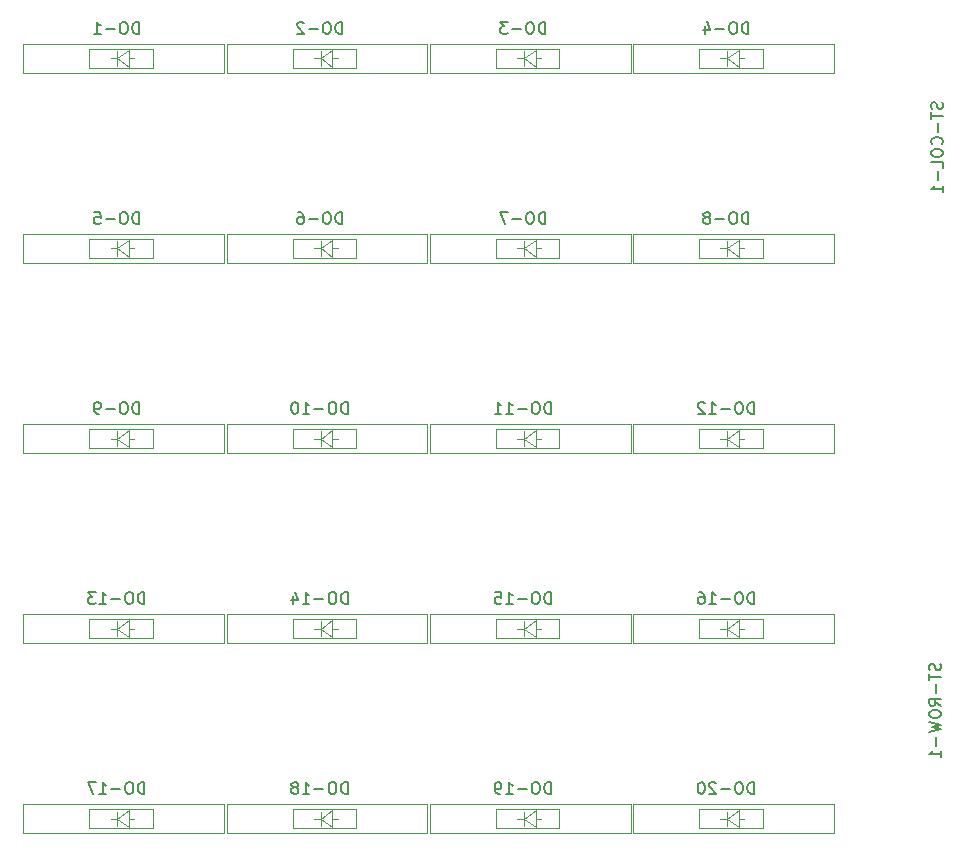
<source format=gbr>
%TF.GenerationSoftware,KiCad,Pcbnew,(5.1.10)-1*%
%TF.CreationDate,2021-10-20T08:10:08-05:00*%
%TF.ProjectId,Mk3,4d6b332e-6b69-4636-9164-5f7063625858,3*%
%TF.SameCoordinates,Original*%
%TF.FileFunction,Legend,Bot*%
%TF.FilePolarity,Positive*%
%FSLAX46Y46*%
G04 Gerber Fmt 4.6, Leading zero omitted, Abs format (unit mm)*
G04 Created by KiCad (PCBNEW (5.1.10)-1) date 2021-10-20 08:10:08*
%MOMM*%
%LPD*%
G01*
G04 APERTURE LIST*
%ADD10C,0.100000*%
%ADD11C,0.050000*%
%ADD12C,0.150000*%
G04 APERTURE END LIST*
D10*
%TO.C,DO-20*%
X164768600Y-136094780D02*
X164768600Y-136894780D01*
X159388600Y-136094780D02*
X164768600Y-136094780D01*
X159398600Y-136894780D02*
X159398600Y-136094780D01*
X164768600Y-137694780D02*
X164768600Y-136894780D01*
X159388600Y-137694780D02*
X164768600Y-137694780D01*
X159398600Y-136894780D02*
X159398600Y-137694780D01*
D11*
X153798600Y-135644780D02*
X153798600Y-138144780D01*
X170808600Y-135644780D02*
X153808600Y-135644780D01*
X170798600Y-135644780D02*
X170798600Y-138144780D01*
X170808600Y-138144780D02*
X153808600Y-138144780D01*
D10*
X161768600Y-136894780D02*
X162768600Y-136194780D01*
X162768600Y-137594780D02*
X161768600Y-136894780D01*
X162768600Y-136194780D02*
X162768600Y-137594780D01*
X163198600Y-136894780D02*
X162768600Y-136894780D01*
X161768600Y-136894780D02*
X161198600Y-136894780D01*
X161768600Y-136894780D02*
X161768600Y-136294780D01*
X161768600Y-136894780D02*
X161768600Y-137494780D01*
%TO.C,DO-19*%
X147563600Y-136094780D02*
X147563600Y-136894780D01*
X142183600Y-136094780D02*
X147563600Y-136094780D01*
X142193600Y-136894780D02*
X142193600Y-136094780D01*
X147563600Y-137694780D02*
X147563600Y-136894780D01*
X142183600Y-137694780D02*
X147563600Y-137694780D01*
X142193600Y-136894780D02*
X142193600Y-137694780D01*
D11*
X136593600Y-135644780D02*
X136593600Y-138144780D01*
X153603600Y-135644780D02*
X136603600Y-135644780D01*
X153593600Y-135644780D02*
X153593600Y-138144780D01*
X153603600Y-138144780D02*
X136603600Y-138144780D01*
D10*
X144563600Y-136894780D02*
X145563600Y-136194780D01*
X145563600Y-137594780D02*
X144563600Y-136894780D01*
X145563600Y-136194780D02*
X145563600Y-137594780D01*
X145993600Y-136894780D02*
X145563600Y-136894780D01*
X144563600Y-136894780D02*
X143993600Y-136894780D01*
X144563600Y-136894780D02*
X144563600Y-136294780D01*
X144563600Y-136894780D02*
X144563600Y-137494780D01*
%TO.C,DO-18*%
X130358600Y-136094780D02*
X130358600Y-136894780D01*
X124978600Y-136094780D02*
X130358600Y-136094780D01*
X124988600Y-136894780D02*
X124988600Y-136094780D01*
X130358600Y-137694780D02*
X130358600Y-136894780D01*
X124978600Y-137694780D02*
X130358600Y-137694780D01*
X124988600Y-136894780D02*
X124988600Y-137694780D01*
D11*
X119388600Y-135644780D02*
X119388600Y-138144780D01*
X136398600Y-135644780D02*
X119398600Y-135644780D01*
X136388600Y-135644780D02*
X136388600Y-138144780D01*
X136398600Y-138144780D02*
X119398600Y-138144780D01*
D10*
X127358600Y-136894780D02*
X128358600Y-136194780D01*
X128358600Y-137594780D02*
X127358600Y-136894780D01*
X128358600Y-136194780D02*
X128358600Y-137594780D01*
X128788600Y-136894780D02*
X128358600Y-136894780D01*
X127358600Y-136894780D02*
X126788600Y-136894780D01*
X127358600Y-136894780D02*
X127358600Y-136294780D01*
X127358600Y-136894780D02*
X127358600Y-137494780D01*
%TO.C,DO-17*%
X113153600Y-136094780D02*
X113153600Y-136894780D01*
X107773600Y-136094780D02*
X113153600Y-136094780D01*
X107783600Y-136894780D02*
X107783600Y-136094780D01*
X113153600Y-137694780D02*
X113153600Y-136894780D01*
X107773600Y-137694780D02*
X113153600Y-137694780D01*
X107783600Y-136894780D02*
X107783600Y-137694780D01*
D11*
X102183600Y-135644780D02*
X102183600Y-138144780D01*
X119193600Y-135644780D02*
X102193600Y-135644780D01*
X119183600Y-135644780D02*
X119183600Y-138144780D01*
X119193600Y-138144780D02*
X102193600Y-138144780D01*
D10*
X110153600Y-136894780D02*
X111153600Y-136194780D01*
X111153600Y-137594780D02*
X110153600Y-136894780D01*
X111153600Y-136194780D02*
X111153600Y-137594780D01*
X111583600Y-136894780D02*
X111153600Y-136894780D01*
X110153600Y-136894780D02*
X109583600Y-136894780D01*
X110153600Y-136894780D02*
X110153600Y-136294780D01*
X110153600Y-136894780D02*
X110153600Y-137494780D01*
%TO.C,DO-16*%
X164768600Y-120004780D02*
X164768600Y-120804780D01*
X159388600Y-120004780D02*
X164768600Y-120004780D01*
X159398600Y-120804780D02*
X159398600Y-120004780D01*
X164768600Y-121604780D02*
X164768600Y-120804780D01*
X159388600Y-121604780D02*
X164768600Y-121604780D01*
X159398600Y-120804780D02*
X159398600Y-121604780D01*
D11*
X153798600Y-119554780D02*
X153798600Y-122054780D01*
X170808600Y-119554780D02*
X153808600Y-119554780D01*
X170798600Y-119554780D02*
X170798600Y-122054780D01*
X170808600Y-122054780D02*
X153808600Y-122054780D01*
D10*
X161768600Y-120804780D02*
X162768600Y-120104780D01*
X162768600Y-121504780D02*
X161768600Y-120804780D01*
X162768600Y-120104780D02*
X162768600Y-121504780D01*
X163198600Y-120804780D02*
X162768600Y-120804780D01*
X161768600Y-120804780D02*
X161198600Y-120804780D01*
X161768600Y-120804780D02*
X161768600Y-120204780D01*
X161768600Y-120804780D02*
X161768600Y-121404780D01*
%TO.C,DO-15*%
X147563600Y-120004780D02*
X147563600Y-120804780D01*
X142183600Y-120004780D02*
X147563600Y-120004780D01*
X142193600Y-120804780D02*
X142193600Y-120004780D01*
X147563600Y-121604780D02*
X147563600Y-120804780D01*
X142183600Y-121604780D02*
X147563600Y-121604780D01*
X142193600Y-120804780D02*
X142193600Y-121604780D01*
D11*
X136593600Y-119554780D02*
X136593600Y-122054780D01*
X153603600Y-119554780D02*
X136603600Y-119554780D01*
X153593600Y-119554780D02*
X153593600Y-122054780D01*
X153603600Y-122054780D02*
X136603600Y-122054780D01*
D10*
X144563600Y-120804780D02*
X145563600Y-120104780D01*
X145563600Y-121504780D02*
X144563600Y-120804780D01*
X145563600Y-120104780D02*
X145563600Y-121504780D01*
X145993600Y-120804780D02*
X145563600Y-120804780D01*
X144563600Y-120804780D02*
X143993600Y-120804780D01*
X144563600Y-120804780D02*
X144563600Y-120204780D01*
X144563600Y-120804780D02*
X144563600Y-121404780D01*
%TO.C,DO-14*%
X130358600Y-120004780D02*
X130358600Y-120804780D01*
X124978600Y-120004780D02*
X130358600Y-120004780D01*
X124988600Y-120804780D02*
X124988600Y-120004780D01*
X130358600Y-121604780D02*
X130358600Y-120804780D01*
X124978600Y-121604780D02*
X130358600Y-121604780D01*
X124988600Y-120804780D02*
X124988600Y-121604780D01*
D11*
X119388600Y-119554780D02*
X119388600Y-122054780D01*
X136398600Y-119554780D02*
X119398600Y-119554780D01*
X136388600Y-119554780D02*
X136388600Y-122054780D01*
X136398600Y-122054780D02*
X119398600Y-122054780D01*
D10*
X127358600Y-120804780D02*
X128358600Y-120104780D01*
X128358600Y-121504780D02*
X127358600Y-120804780D01*
X128358600Y-120104780D02*
X128358600Y-121504780D01*
X128788600Y-120804780D02*
X128358600Y-120804780D01*
X127358600Y-120804780D02*
X126788600Y-120804780D01*
X127358600Y-120804780D02*
X127358600Y-120204780D01*
X127358600Y-120804780D02*
X127358600Y-121404780D01*
%TO.C,DO-13*%
X113153600Y-120004780D02*
X113153600Y-120804780D01*
X107773600Y-120004780D02*
X113153600Y-120004780D01*
X107783600Y-120804780D02*
X107783600Y-120004780D01*
X113153600Y-121604780D02*
X113153600Y-120804780D01*
X107773600Y-121604780D02*
X113153600Y-121604780D01*
X107783600Y-120804780D02*
X107783600Y-121604780D01*
D11*
X102183600Y-119554780D02*
X102183600Y-122054780D01*
X119193600Y-119554780D02*
X102193600Y-119554780D01*
X119183600Y-119554780D02*
X119183600Y-122054780D01*
X119193600Y-122054780D02*
X102193600Y-122054780D01*
D10*
X110153600Y-120804780D02*
X111153600Y-120104780D01*
X111153600Y-121504780D02*
X110153600Y-120804780D01*
X111153600Y-120104780D02*
X111153600Y-121504780D01*
X111583600Y-120804780D02*
X111153600Y-120804780D01*
X110153600Y-120804780D02*
X109583600Y-120804780D01*
X110153600Y-120804780D02*
X110153600Y-120204780D01*
X110153600Y-120804780D02*
X110153600Y-121404780D01*
%TO.C,DO-12*%
X164768600Y-103914780D02*
X164768600Y-104714780D01*
X159388600Y-103914780D02*
X164768600Y-103914780D01*
X159398600Y-104714780D02*
X159398600Y-103914780D01*
X164768600Y-105514780D02*
X164768600Y-104714780D01*
X159388600Y-105514780D02*
X164768600Y-105514780D01*
X159398600Y-104714780D02*
X159398600Y-105514780D01*
D11*
X153798600Y-103464780D02*
X153798600Y-105964780D01*
X170808600Y-103464780D02*
X153808600Y-103464780D01*
X170798600Y-103464780D02*
X170798600Y-105964780D01*
X170808600Y-105964780D02*
X153808600Y-105964780D01*
D10*
X161768600Y-104714780D02*
X162768600Y-104014780D01*
X162768600Y-105414780D02*
X161768600Y-104714780D01*
X162768600Y-104014780D02*
X162768600Y-105414780D01*
X163198600Y-104714780D02*
X162768600Y-104714780D01*
X161768600Y-104714780D02*
X161198600Y-104714780D01*
X161768600Y-104714780D02*
X161768600Y-104114780D01*
X161768600Y-104714780D02*
X161768600Y-105314780D01*
%TO.C,DO-11*%
X147563600Y-103914780D02*
X147563600Y-104714780D01*
X142183600Y-103914780D02*
X147563600Y-103914780D01*
X142193600Y-104714780D02*
X142193600Y-103914780D01*
X147563600Y-105514780D02*
X147563600Y-104714780D01*
X142183600Y-105514780D02*
X147563600Y-105514780D01*
X142193600Y-104714780D02*
X142193600Y-105514780D01*
D11*
X136593600Y-103464780D02*
X136593600Y-105964780D01*
X153603600Y-103464780D02*
X136603600Y-103464780D01*
X153593600Y-103464780D02*
X153593600Y-105964780D01*
X153603600Y-105964780D02*
X136603600Y-105964780D01*
D10*
X144563600Y-104714780D02*
X145563600Y-104014780D01*
X145563600Y-105414780D02*
X144563600Y-104714780D01*
X145563600Y-104014780D02*
X145563600Y-105414780D01*
X145993600Y-104714780D02*
X145563600Y-104714780D01*
X144563600Y-104714780D02*
X143993600Y-104714780D01*
X144563600Y-104714780D02*
X144563600Y-104114780D01*
X144563600Y-104714780D02*
X144563600Y-105314780D01*
%TO.C,DO-10*%
X130358600Y-103914780D02*
X130358600Y-104714780D01*
X124978600Y-103914780D02*
X130358600Y-103914780D01*
X124988600Y-104714780D02*
X124988600Y-103914780D01*
X130358600Y-105514780D02*
X130358600Y-104714780D01*
X124978600Y-105514780D02*
X130358600Y-105514780D01*
X124988600Y-104714780D02*
X124988600Y-105514780D01*
D11*
X119388600Y-103464780D02*
X119388600Y-105964780D01*
X136398600Y-103464780D02*
X119398600Y-103464780D01*
X136388600Y-103464780D02*
X136388600Y-105964780D01*
X136398600Y-105964780D02*
X119398600Y-105964780D01*
D10*
X127358600Y-104714780D02*
X128358600Y-104014780D01*
X128358600Y-105414780D02*
X127358600Y-104714780D01*
X128358600Y-104014780D02*
X128358600Y-105414780D01*
X128788600Y-104714780D02*
X128358600Y-104714780D01*
X127358600Y-104714780D02*
X126788600Y-104714780D01*
X127358600Y-104714780D02*
X127358600Y-104114780D01*
X127358600Y-104714780D02*
X127358600Y-105314780D01*
%TO.C,DO-9*%
X113153600Y-103914780D02*
X113153600Y-104714780D01*
X107773600Y-103914780D02*
X113153600Y-103914780D01*
X107783600Y-104714780D02*
X107783600Y-103914780D01*
X113153600Y-105514780D02*
X113153600Y-104714780D01*
X107773600Y-105514780D02*
X113153600Y-105514780D01*
X107783600Y-104714780D02*
X107783600Y-105514780D01*
D11*
X102183600Y-103464780D02*
X102183600Y-105964780D01*
X119193600Y-103464780D02*
X102193600Y-103464780D01*
X119183600Y-103464780D02*
X119183600Y-105964780D01*
X119193600Y-105964780D02*
X102193600Y-105964780D01*
D10*
X110153600Y-104714780D02*
X111153600Y-104014780D01*
X111153600Y-105414780D02*
X110153600Y-104714780D01*
X111153600Y-104014780D02*
X111153600Y-105414780D01*
X111583600Y-104714780D02*
X111153600Y-104714780D01*
X110153600Y-104714780D02*
X109583600Y-104714780D01*
X110153600Y-104714780D02*
X110153600Y-104114780D01*
X110153600Y-104714780D02*
X110153600Y-105314780D01*
%TO.C,DO-8*%
X164768600Y-87824780D02*
X164768600Y-88624780D01*
X159388600Y-87824780D02*
X164768600Y-87824780D01*
X159398600Y-88624780D02*
X159398600Y-87824780D01*
X164768600Y-89424780D02*
X164768600Y-88624780D01*
X159388600Y-89424780D02*
X164768600Y-89424780D01*
X159398600Y-88624780D02*
X159398600Y-89424780D01*
D11*
X153798600Y-87374780D02*
X153798600Y-89874780D01*
X170808600Y-87374780D02*
X153808600Y-87374780D01*
X170798600Y-87374780D02*
X170798600Y-89874780D01*
X170808600Y-89874780D02*
X153808600Y-89874780D01*
D10*
X161768600Y-88624780D02*
X162768600Y-87924780D01*
X162768600Y-89324780D02*
X161768600Y-88624780D01*
X162768600Y-87924780D02*
X162768600Y-89324780D01*
X163198600Y-88624780D02*
X162768600Y-88624780D01*
X161768600Y-88624780D02*
X161198600Y-88624780D01*
X161768600Y-88624780D02*
X161768600Y-88024780D01*
X161768600Y-88624780D02*
X161768600Y-89224780D01*
%TO.C,DO-7*%
X147563600Y-87824780D02*
X147563600Y-88624780D01*
X142183600Y-87824780D02*
X147563600Y-87824780D01*
X142193600Y-88624780D02*
X142193600Y-87824780D01*
X147563600Y-89424780D02*
X147563600Y-88624780D01*
X142183600Y-89424780D02*
X147563600Y-89424780D01*
X142193600Y-88624780D02*
X142193600Y-89424780D01*
D11*
X136593600Y-87374780D02*
X136593600Y-89874780D01*
X153603600Y-87374780D02*
X136603600Y-87374780D01*
X153593600Y-87374780D02*
X153593600Y-89874780D01*
X153603600Y-89874780D02*
X136603600Y-89874780D01*
D10*
X144563600Y-88624780D02*
X145563600Y-87924780D01*
X145563600Y-89324780D02*
X144563600Y-88624780D01*
X145563600Y-87924780D02*
X145563600Y-89324780D01*
X145993600Y-88624780D02*
X145563600Y-88624780D01*
X144563600Y-88624780D02*
X143993600Y-88624780D01*
X144563600Y-88624780D02*
X144563600Y-88024780D01*
X144563600Y-88624780D02*
X144563600Y-89224780D01*
%TO.C,DO-6*%
X130358600Y-87824780D02*
X130358600Y-88624780D01*
X124978600Y-87824780D02*
X130358600Y-87824780D01*
X124988600Y-88624780D02*
X124988600Y-87824780D01*
X130358600Y-89424780D02*
X130358600Y-88624780D01*
X124978600Y-89424780D02*
X130358600Y-89424780D01*
X124988600Y-88624780D02*
X124988600Y-89424780D01*
D11*
X119388600Y-87374780D02*
X119388600Y-89874780D01*
X136398600Y-87374780D02*
X119398600Y-87374780D01*
X136388600Y-87374780D02*
X136388600Y-89874780D01*
X136398600Y-89874780D02*
X119398600Y-89874780D01*
D10*
X127358600Y-88624780D02*
X128358600Y-87924780D01*
X128358600Y-89324780D02*
X127358600Y-88624780D01*
X128358600Y-87924780D02*
X128358600Y-89324780D01*
X128788600Y-88624780D02*
X128358600Y-88624780D01*
X127358600Y-88624780D02*
X126788600Y-88624780D01*
X127358600Y-88624780D02*
X127358600Y-88024780D01*
X127358600Y-88624780D02*
X127358600Y-89224780D01*
%TO.C,DO-5*%
X113153600Y-87824780D02*
X113153600Y-88624780D01*
X107773600Y-87824780D02*
X113153600Y-87824780D01*
X107783600Y-88624780D02*
X107783600Y-87824780D01*
X113153600Y-89424780D02*
X113153600Y-88624780D01*
X107773600Y-89424780D02*
X113153600Y-89424780D01*
X107783600Y-88624780D02*
X107783600Y-89424780D01*
D11*
X102183600Y-87374780D02*
X102183600Y-89874780D01*
X119193600Y-87374780D02*
X102193600Y-87374780D01*
X119183600Y-87374780D02*
X119183600Y-89874780D01*
X119193600Y-89874780D02*
X102193600Y-89874780D01*
D10*
X110153600Y-88624780D02*
X111153600Y-87924780D01*
X111153600Y-89324780D02*
X110153600Y-88624780D01*
X111153600Y-87924780D02*
X111153600Y-89324780D01*
X111583600Y-88624780D02*
X111153600Y-88624780D01*
X110153600Y-88624780D02*
X109583600Y-88624780D01*
X110153600Y-88624780D02*
X110153600Y-88024780D01*
X110153600Y-88624780D02*
X110153600Y-89224780D01*
%TO.C,DO-4*%
X164768600Y-71734780D02*
X164768600Y-72534780D01*
X159388600Y-71734780D02*
X164768600Y-71734780D01*
X159398600Y-72534780D02*
X159398600Y-71734780D01*
X164768600Y-73334780D02*
X164768600Y-72534780D01*
X159388600Y-73334780D02*
X164768600Y-73334780D01*
X159398600Y-72534780D02*
X159398600Y-73334780D01*
D11*
X153798600Y-71284780D02*
X153798600Y-73784780D01*
X170808600Y-71284780D02*
X153808600Y-71284780D01*
X170798600Y-71284780D02*
X170798600Y-73784780D01*
X170808600Y-73784780D02*
X153808600Y-73784780D01*
D10*
X161768600Y-72534780D02*
X162768600Y-71834780D01*
X162768600Y-73234780D02*
X161768600Y-72534780D01*
X162768600Y-71834780D02*
X162768600Y-73234780D01*
X163198600Y-72534780D02*
X162768600Y-72534780D01*
X161768600Y-72534780D02*
X161198600Y-72534780D01*
X161768600Y-72534780D02*
X161768600Y-71934780D01*
X161768600Y-72534780D02*
X161768600Y-73134780D01*
%TO.C,DO-3*%
X147563600Y-71734780D02*
X147563600Y-72534780D01*
X142183600Y-71734780D02*
X147563600Y-71734780D01*
X142193600Y-72534780D02*
X142193600Y-71734780D01*
X147563600Y-73334780D02*
X147563600Y-72534780D01*
X142183600Y-73334780D02*
X147563600Y-73334780D01*
X142193600Y-72534780D02*
X142193600Y-73334780D01*
D11*
X136593600Y-71284780D02*
X136593600Y-73784780D01*
X153603600Y-71284780D02*
X136603600Y-71284780D01*
X153593600Y-71284780D02*
X153593600Y-73784780D01*
X153603600Y-73784780D02*
X136603600Y-73784780D01*
D10*
X144563600Y-72534780D02*
X145563600Y-71834780D01*
X145563600Y-73234780D02*
X144563600Y-72534780D01*
X145563600Y-71834780D02*
X145563600Y-73234780D01*
X145993600Y-72534780D02*
X145563600Y-72534780D01*
X144563600Y-72534780D02*
X143993600Y-72534780D01*
X144563600Y-72534780D02*
X144563600Y-71934780D01*
X144563600Y-72534780D02*
X144563600Y-73134780D01*
%TO.C,DO-2*%
X130358600Y-71734780D02*
X130358600Y-72534780D01*
X124978600Y-71734780D02*
X130358600Y-71734780D01*
X124988600Y-72534780D02*
X124988600Y-71734780D01*
X130358600Y-73334780D02*
X130358600Y-72534780D01*
X124978600Y-73334780D02*
X130358600Y-73334780D01*
X124988600Y-72534780D02*
X124988600Y-73334780D01*
D11*
X119388600Y-71284780D02*
X119388600Y-73784780D01*
X136398600Y-71284780D02*
X119398600Y-71284780D01*
X136388600Y-71284780D02*
X136388600Y-73784780D01*
X136398600Y-73784780D02*
X119398600Y-73784780D01*
D10*
X127358600Y-72534780D02*
X128358600Y-71834780D01*
X128358600Y-73234780D02*
X127358600Y-72534780D01*
X128358600Y-71834780D02*
X128358600Y-73234780D01*
X128788600Y-72534780D02*
X128358600Y-72534780D01*
X127358600Y-72534780D02*
X126788600Y-72534780D01*
X127358600Y-72534780D02*
X127358600Y-71934780D01*
X127358600Y-72534780D02*
X127358600Y-73134780D01*
%TO.C,DO-1*%
X110153600Y-72534780D02*
X110153600Y-73134780D01*
X110153600Y-72534780D02*
X110153600Y-71934780D01*
X110153600Y-72534780D02*
X109583600Y-72534780D01*
X111583600Y-72534780D02*
X111153600Y-72534780D01*
X111153600Y-71834780D02*
X111153600Y-73234780D01*
X111153600Y-73234780D02*
X110153600Y-72534780D01*
X110153600Y-72534780D02*
X111153600Y-71834780D01*
D11*
X119193600Y-73784780D02*
X102193600Y-73784780D01*
X119183600Y-71284780D02*
X119183600Y-73784780D01*
X119193600Y-71284780D02*
X102193600Y-71284780D01*
X102183600Y-71284780D02*
X102183600Y-73784780D01*
D10*
X107783600Y-72534780D02*
X107783600Y-73334780D01*
X107773600Y-73334780D02*
X113153600Y-73334780D01*
X113153600Y-73334780D02*
X113153600Y-72534780D01*
X107783600Y-72534780D02*
X107783600Y-71734780D01*
X107773600Y-71734780D02*
X113153600Y-71734780D01*
X113153600Y-71734780D02*
X113153600Y-72534780D01*
%TO.C,ST-ROW-1*%
D12*
X179812581Y-123762949D02*
X179860200Y-123905806D01*
X179860200Y-124143901D01*
X179812581Y-124239140D01*
X179764962Y-124286759D01*
X179669724Y-124334378D01*
X179574486Y-124334378D01*
X179479248Y-124286759D01*
X179431629Y-124239140D01*
X179384010Y-124143901D01*
X179336391Y-123953425D01*
X179288772Y-123858187D01*
X179241153Y-123810568D01*
X179145915Y-123762949D01*
X179050677Y-123762949D01*
X178955439Y-123810568D01*
X178907820Y-123858187D01*
X178860200Y-123953425D01*
X178860200Y-124191520D01*
X178907820Y-124334378D01*
X178860200Y-124620092D02*
X178860200Y-125191520D01*
X179860200Y-124905806D02*
X178860200Y-124905806D01*
X179479248Y-125524854D02*
X179479248Y-126286759D01*
X179860200Y-127334378D02*
X179384010Y-127001044D01*
X179860200Y-126762949D02*
X178860200Y-126762949D01*
X178860200Y-127143901D01*
X178907820Y-127239140D01*
X178955439Y-127286759D01*
X179050677Y-127334378D01*
X179193534Y-127334378D01*
X179288772Y-127286759D01*
X179336391Y-127239140D01*
X179384010Y-127143901D01*
X179384010Y-126762949D01*
X178860200Y-127953425D02*
X178860200Y-128143901D01*
X178907820Y-128239140D01*
X179003058Y-128334378D01*
X179193534Y-128381997D01*
X179526867Y-128381997D01*
X179717343Y-128334378D01*
X179812581Y-128239140D01*
X179860200Y-128143901D01*
X179860200Y-127953425D01*
X179812581Y-127858187D01*
X179717343Y-127762949D01*
X179526867Y-127715330D01*
X179193534Y-127715330D01*
X179003058Y-127762949D01*
X178907820Y-127858187D01*
X178860200Y-127953425D01*
X178860200Y-128715330D02*
X179860200Y-128953425D01*
X179145915Y-129143901D01*
X179860200Y-129334378D01*
X178860200Y-129572473D01*
X179479248Y-129953425D02*
X179479248Y-130715330D01*
X179860200Y-131715330D02*
X179860200Y-131143901D01*
X179860200Y-131429616D02*
X178860200Y-131429616D01*
X179003058Y-131334378D01*
X179098296Y-131239140D01*
X179145915Y-131143901D01*
%TO.C,ST-COL-1*%
X179990381Y-76248736D02*
X180038000Y-76391593D01*
X180038000Y-76629688D01*
X179990381Y-76724926D01*
X179942762Y-76772545D01*
X179847524Y-76820164D01*
X179752286Y-76820164D01*
X179657048Y-76772545D01*
X179609429Y-76724926D01*
X179561810Y-76629688D01*
X179514191Y-76439212D01*
X179466572Y-76343974D01*
X179418953Y-76296355D01*
X179323715Y-76248736D01*
X179228477Y-76248736D01*
X179133239Y-76296355D01*
X179085620Y-76343974D01*
X179038000Y-76439212D01*
X179038000Y-76677307D01*
X179085620Y-76820164D01*
X179038000Y-77105879D02*
X179038000Y-77677307D01*
X180038000Y-77391593D02*
X179038000Y-77391593D01*
X179657048Y-78010640D02*
X179657048Y-78772545D01*
X179942762Y-79820164D02*
X179990381Y-79772545D01*
X180038000Y-79629688D01*
X180038000Y-79534450D01*
X179990381Y-79391593D01*
X179895143Y-79296355D01*
X179799905Y-79248736D01*
X179609429Y-79201117D01*
X179466572Y-79201117D01*
X179276096Y-79248736D01*
X179180858Y-79296355D01*
X179085620Y-79391593D01*
X179038000Y-79534450D01*
X179038000Y-79629688D01*
X179085620Y-79772545D01*
X179133239Y-79820164D01*
X179038000Y-80439212D02*
X179038000Y-80629688D01*
X179085620Y-80724926D01*
X179180858Y-80820164D01*
X179371334Y-80867783D01*
X179704667Y-80867783D01*
X179895143Y-80820164D01*
X179990381Y-80724926D01*
X180038000Y-80629688D01*
X180038000Y-80439212D01*
X179990381Y-80343974D01*
X179895143Y-80248736D01*
X179704667Y-80201117D01*
X179371334Y-80201117D01*
X179180858Y-80248736D01*
X179085620Y-80343974D01*
X179038000Y-80439212D01*
X180038000Y-81772545D02*
X180038000Y-81296355D01*
X179038000Y-81296355D01*
X179657048Y-82105879D02*
X179657048Y-82867783D01*
X180038000Y-83867783D02*
X180038000Y-83296355D01*
X180038000Y-83582069D02*
X179038000Y-83582069D01*
X179180858Y-83486831D01*
X179276096Y-83391593D01*
X179323715Y-83296355D01*
%TO.C,DO-20*%
X164055742Y-134807160D02*
X164055742Y-133807160D01*
X163817647Y-133807160D01*
X163674790Y-133854780D01*
X163579552Y-133950018D01*
X163531933Y-134045256D01*
X163484314Y-134235732D01*
X163484314Y-134378589D01*
X163531933Y-134569065D01*
X163579552Y-134664303D01*
X163674790Y-134759541D01*
X163817647Y-134807160D01*
X164055742Y-134807160D01*
X162865266Y-133807160D02*
X162674790Y-133807160D01*
X162579552Y-133854780D01*
X162484314Y-133950018D01*
X162436695Y-134140494D01*
X162436695Y-134473827D01*
X162484314Y-134664303D01*
X162579552Y-134759541D01*
X162674790Y-134807160D01*
X162865266Y-134807160D01*
X162960504Y-134759541D01*
X163055742Y-134664303D01*
X163103361Y-134473827D01*
X163103361Y-134140494D01*
X163055742Y-133950018D01*
X162960504Y-133854780D01*
X162865266Y-133807160D01*
X162008123Y-134426208D02*
X161246219Y-134426208D01*
X160817647Y-133902399D02*
X160770028Y-133854780D01*
X160674790Y-133807160D01*
X160436695Y-133807160D01*
X160341457Y-133854780D01*
X160293838Y-133902399D01*
X160246219Y-133997637D01*
X160246219Y-134092875D01*
X160293838Y-134235732D01*
X160865266Y-134807160D01*
X160246219Y-134807160D01*
X159627171Y-133807160D02*
X159531933Y-133807160D01*
X159436695Y-133854780D01*
X159389076Y-133902399D01*
X159341457Y-133997637D01*
X159293838Y-134188113D01*
X159293838Y-134426208D01*
X159341457Y-134616684D01*
X159389076Y-134711922D01*
X159436695Y-134759541D01*
X159531933Y-134807160D01*
X159627171Y-134807160D01*
X159722409Y-134759541D01*
X159770028Y-134711922D01*
X159817647Y-134616684D01*
X159865266Y-134426208D01*
X159865266Y-134188113D01*
X159817647Y-133997637D01*
X159770028Y-133902399D01*
X159722409Y-133854780D01*
X159627171Y-133807160D01*
%TO.C,DO-19*%
X146850742Y-134807160D02*
X146850742Y-133807160D01*
X146612647Y-133807160D01*
X146469790Y-133854780D01*
X146374552Y-133950018D01*
X146326933Y-134045256D01*
X146279314Y-134235732D01*
X146279314Y-134378589D01*
X146326933Y-134569065D01*
X146374552Y-134664303D01*
X146469790Y-134759541D01*
X146612647Y-134807160D01*
X146850742Y-134807160D01*
X145660266Y-133807160D02*
X145469790Y-133807160D01*
X145374552Y-133854780D01*
X145279314Y-133950018D01*
X145231695Y-134140494D01*
X145231695Y-134473827D01*
X145279314Y-134664303D01*
X145374552Y-134759541D01*
X145469790Y-134807160D01*
X145660266Y-134807160D01*
X145755504Y-134759541D01*
X145850742Y-134664303D01*
X145898361Y-134473827D01*
X145898361Y-134140494D01*
X145850742Y-133950018D01*
X145755504Y-133854780D01*
X145660266Y-133807160D01*
X144803123Y-134426208D02*
X144041219Y-134426208D01*
X143041219Y-134807160D02*
X143612647Y-134807160D01*
X143326933Y-134807160D02*
X143326933Y-133807160D01*
X143422171Y-133950018D01*
X143517409Y-134045256D01*
X143612647Y-134092875D01*
X142565028Y-134807160D02*
X142374552Y-134807160D01*
X142279314Y-134759541D01*
X142231695Y-134711922D01*
X142136457Y-134569065D01*
X142088838Y-134378589D01*
X142088838Y-133997637D01*
X142136457Y-133902399D01*
X142184076Y-133854780D01*
X142279314Y-133807160D01*
X142469790Y-133807160D01*
X142565028Y-133854780D01*
X142612647Y-133902399D01*
X142660266Y-133997637D01*
X142660266Y-134235732D01*
X142612647Y-134330970D01*
X142565028Y-134378589D01*
X142469790Y-134426208D01*
X142279314Y-134426208D01*
X142184076Y-134378589D01*
X142136457Y-134330970D01*
X142088838Y-134235732D01*
%TO.C,DO-18*%
X129645742Y-134807160D02*
X129645742Y-133807160D01*
X129407647Y-133807160D01*
X129264790Y-133854780D01*
X129169552Y-133950018D01*
X129121933Y-134045256D01*
X129074314Y-134235732D01*
X129074314Y-134378589D01*
X129121933Y-134569065D01*
X129169552Y-134664303D01*
X129264790Y-134759541D01*
X129407647Y-134807160D01*
X129645742Y-134807160D01*
X128455266Y-133807160D02*
X128264790Y-133807160D01*
X128169552Y-133854780D01*
X128074314Y-133950018D01*
X128026695Y-134140494D01*
X128026695Y-134473827D01*
X128074314Y-134664303D01*
X128169552Y-134759541D01*
X128264790Y-134807160D01*
X128455266Y-134807160D01*
X128550504Y-134759541D01*
X128645742Y-134664303D01*
X128693361Y-134473827D01*
X128693361Y-134140494D01*
X128645742Y-133950018D01*
X128550504Y-133854780D01*
X128455266Y-133807160D01*
X127598123Y-134426208D02*
X126836219Y-134426208D01*
X125836219Y-134807160D02*
X126407647Y-134807160D01*
X126121933Y-134807160D02*
X126121933Y-133807160D01*
X126217171Y-133950018D01*
X126312409Y-134045256D01*
X126407647Y-134092875D01*
X125264790Y-134235732D02*
X125360028Y-134188113D01*
X125407647Y-134140494D01*
X125455266Y-134045256D01*
X125455266Y-133997637D01*
X125407647Y-133902399D01*
X125360028Y-133854780D01*
X125264790Y-133807160D01*
X125074314Y-133807160D01*
X124979076Y-133854780D01*
X124931457Y-133902399D01*
X124883838Y-133997637D01*
X124883838Y-134045256D01*
X124931457Y-134140494D01*
X124979076Y-134188113D01*
X125074314Y-134235732D01*
X125264790Y-134235732D01*
X125360028Y-134283351D01*
X125407647Y-134330970D01*
X125455266Y-134426208D01*
X125455266Y-134616684D01*
X125407647Y-134711922D01*
X125360028Y-134759541D01*
X125264790Y-134807160D01*
X125074314Y-134807160D01*
X124979076Y-134759541D01*
X124931457Y-134711922D01*
X124883838Y-134616684D01*
X124883838Y-134426208D01*
X124931457Y-134330970D01*
X124979076Y-134283351D01*
X125074314Y-134235732D01*
%TO.C,DO-17*%
X112440742Y-134807160D02*
X112440742Y-133807160D01*
X112202647Y-133807160D01*
X112059790Y-133854780D01*
X111964552Y-133950018D01*
X111916933Y-134045256D01*
X111869314Y-134235732D01*
X111869314Y-134378589D01*
X111916933Y-134569065D01*
X111964552Y-134664303D01*
X112059790Y-134759541D01*
X112202647Y-134807160D01*
X112440742Y-134807160D01*
X111250266Y-133807160D02*
X111059790Y-133807160D01*
X110964552Y-133854780D01*
X110869314Y-133950018D01*
X110821695Y-134140494D01*
X110821695Y-134473827D01*
X110869314Y-134664303D01*
X110964552Y-134759541D01*
X111059790Y-134807160D01*
X111250266Y-134807160D01*
X111345504Y-134759541D01*
X111440742Y-134664303D01*
X111488361Y-134473827D01*
X111488361Y-134140494D01*
X111440742Y-133950018D01*
X111345504Y-133854780D01*
X111250266Y-133807160D01*
X110393123Y-134426208D02*
X109631219Y-134426208D01*
X108631219Y-134807160D02*
X109202647Y-134807160D01*
X108916933Y-134807160D02*
X108916933Y-133807160D01*
X109012171Y-133950018D01*
X109107409Y-134045256D01*
X109202647Y-134092875D01*
X108297885Y-133807160D02*
X107631219Y-133807160D01*
X108059790Y-134807160D01*
%TO.C,DO-16*%
X164055742Y-118717160D02*
X164055742Y-117717160D01*
X163817647Y-117717160D01*
X163674790Y-117764780D01*
X163579552Y-117860018D01*
X163531933Y-117955256D01*
X163484314Y-118145732D01*
X163484314Y-118288589D01*
X163531933Y-118479065D01*
X163579552Y-118574303D01*
X163674790Y-118669541D01*
X163817647Y-118717160D01*
X164055742Y-118717160D01*
X162865266Y-117717160D02*
X162674790Y-117717160D01*
X162579552Y-117764780D01*
X162484314Y-117860018D01*
X162436695Y-118050494D01*
X162436695Y-118383827D01*
X162484314Y-118574303D01*
X162579552Y-118669541D01*
X162674790Y-118717160D01*
X162865266Y-118717160D01*
X162960504Y-118669541D01*
X163055742Y-118574303D01*
X163103361Y-118383827D01*
X163103361Y-118050494D01*
X163055742Y-117860018D01*
X162960504Y-117764780D01*
X162865266Y-117717160D01*
X162008123Y-118336208D02*
X161246219Y-118336208D01*
X160246219Y-118717160D02*
X160817647Y-118717160D01*
X160531933Y-118717160D02*
X160531933Y-117717160D01*
X160627171Y-117860018D01*
X160722409Y-117955256D01*
X160817647Y-118002875D01*
X159389076Y-117717160D02*
X159579552Y-117717160D01*
X159674790Y-117764780D01*
X159722409Y-117812399D01*
X159817647Y-117955256D01*
X159865266Y-118145732D01*
X159865266Y-118526684D01*
X159817647Y-118621922D01*
X159770028Y-118669541D01*
X159674790Y-118717160D01*
X159484314Y-118717160D01*
X159389076Y-118669541D01*
X159341457Y-118621922D01*
X159293838Y-118526684D01*
X159293838Y-118288589D01*
X159341457Y-118193351D01*
X159389076Y-118145732D01*
X159484314Y-118098113D01*
X159674790Y-118098113D01*
X159770028Y-118145732D01*
X159817647Y-118193351D01*
X159865266Y-118288589D01*
%TO.C,DO-15*%
X146850742Y-118717160D02*
X146850742Y-117717160D01*
X146612647Y-117717160D01*
X146469790Y-117764780D01*
X146374552Y-117860018D01*
X146326933Y-117955256D01*
X146279314Y-118145732D01*
X146279314Y-118288589D01*
X146326933Y-118479065D01*
X146374552Y-118574303D01*
X146469790Y-118669541D01*
X146612647Y-118717160D01*
X146850742Y-118717160D01*
X145660266Y-117717160D02*
X145469790Y-117717160D01*
X145374552Y-117764780D01*
X145279314Y-117860018D01*
X145231695Y-118050494D01*
X145231695Y-118383827D01*
X145279314Y-118574303D01*
X145374552Y-118669541D01*
X145469790Y-118717160D01*
X145660266Y-118717160D01*
X145755504Y-118669541D01*
X145850742Y-118574303D01*
X145898361Y-118383827D01*
X145898361Y-118050494D01*
X145850742Y-117860018D01*
X145755504Y-117764780D01*
X145660266Y-117717160D01*
X144803123Y-118336208D02*
X144041219Y-118336208D01*
X143041219Y-118717160D02*
X143612647Y-118717160D01*
X143326933Y-118717160D02*
X143326933Y-117717160D01*
X143422171Y-117860018D01*
X143517409Y-117955256D01*
X143612647Y-118002875D01*
X142136457Y-117717160D02*
X142612647Y-117717160D01*
X142660266Y-118193351D01*
X142612647Y-118145732D01*
X142517409Y-118098113D01*
X142279314Y-118098113D01*
X142184076Y-118145732D01*
X142136457Y-118193351D01*
X142088838Y-118288589D01*
X142088838Y-118526684D01*
X142136457Y-118621922D01*
X142184076Y-118669541D01*
X142279314Y-118717160D01*
X142517409Y-118717160D01*
X142612647Y-118669541D01*
X142660266Y-118621922D01*
%TO.C,DO-14*%
X129645742Y-118717160D02*
X129645742Y-117717160D01*
X129407647Y-117717160D01*
X129264790Y-117764780D01*
X129169552Y-117860018D01*
X129121933Y-117955256D01*
X129074314Y-118145732D01*
X129074314Y-118288589D01*
X129121933Y-118479065D01*
X129169552Y-118574303D01*
X129264790Y-118669541D01*
X129407647Y-118717160D01*
X129645742Y-118717160D01*
X128455266Y-117717160D02*
X128264790Y-117717160D01*
X128169552Y-117764780D01*
X128074314Y-117860018D01*
X128026695Y-118050494D01*
X128026695Y-118383827D01*
X128074314Y-118574303D01*
X128169552Y-118669541D01*
X128264790Y-118717160D01*
X128455266Y-118717160D01*
X128550504Y-118669541D01*
X128645742Y-118574303D01*
X128693361Y-118383827D01*
X128693361Y-118050494D01*
X128645742Y-117860018D01*
X128550504Y-117764780D01*
X128455266Y-117717160D01*
X127598123Y-118336208D02*
X126836219Y-118336208D01*
X125836219Y-118717160D02*
X126407647Y-118717160D01*
X126121933Y-118717160D02*
X126121933Y-117717160D01*
X126217171Y-117860018D01*
X126312409Y-117955256D01*
X126407647Y-118002875D01*
X124979076Y-118050494D02*
X124979076Y-118717160D01*
X125217171Y-117669541D02*
X125455266Y-118383827D01*
X124836219Y-118383827D01*
%TO.C,DO-13*%
X112440742Y-118717160D02*
X112440742Y-117717160D01*
X112202647Y-117717160D01*
X112059790Y-117764780D01*
X111964552Y-117860018D01*
X111916933Y-117955256D01*
X111869314Y-118145732D01*
X111869314Y-118288589D01*
X111916933Y-118479065D01*
X111964552Y-118574303D01*
X112059790Y-118669541D01*
X112202647Y-118717160D01*
X112440742Y-118717160D01*
X111250266Y-117717160D02*
X111059790Y-117717160D01*
X110964552Y-117764780D01*
X110869314Y-117860018D01*
X110821695Y-118050494D01*
X110821695Y-118383827D01*
X110869314Y-118574303D01*
X110964552Y-118669541D01*
X111059790Y-118717160D01*
X111250266Y-118717160D01*
X111345504Y-118669541D01*
X111440742Y-118574303D01*
X111488361Y-118383827D01*
X111488361Y-118050494D01*
X111440742Y-117860018D01*
X111345504Y-117764780D01*
X111250266Y-117717160D01*
X110393123Y-118336208D02*
X109631219Y-118336208D01*
X108631219Y-118717160D02*
X109202647Y-118717160D01*
X108916933Y-118717160D02*
X108916933Y-117717160D01*
X109012171Y-117860018D01*
X109107409Y-117955256D01*
X109202647Y-118002875D01*
X108297885Y-117717160D02*
X107678838Y-117717160D01*
X108012171Y-118098113D01*
X107869314Y-118098113D01*
X107774076Y-118145732D01*
X107726457Y-118193351D01*
X107678838Y-118288589D01*
X107678838Y-118526684D01*
X107726457Y-118621922D01*
X107774076Y-118669541D01*
X107869314Y-118717160D01*
X108155028Y-118717160D01*
X108250266Y-118669541D01*
X108297885Y-118621922D01*
%TO.C,DO-12*%
X164055742Y-102627160D02*
X164055742Y-101627160D01*
X163817647Y-101627160D01*
X163674790Y-101674780D01*
X163579552Y-101770018D01*
X163531933Y-101865256D01*
X163484314Y-102055732D01*
X163484314Y-102198589D01*
X163531933Y-102389065D01*
X163579552Y-102484303D01*
X163674790Y-102579541D01*
X163817647Y-102627160D01*
X164055742Y-102627160D01*
X162865266Y-101627160D02*
X162674790Y-101627160D01*
X162579552Y-101674780D01*
X162484314Y-101770018D01*
X162436695Y-101960494D01*
X162436695Y-102293827D01*
X162484314Y-102484303D01*
X162579552Y-102579541D01*
X162674790Y-102627160D01*
X162865266Y-102627160D01*
X162960504Y-102579541D01*
X163055742Y-102484303D01*
X163103361Y-102293827D01*
X163103361Y-101960494D01*
X163055742Y-101770018D01*
X162960504Y-101674780D01*
X162865266Y-101627160D01*
X162008123Y-102246208D02*
X161246219Y-102246208D01*
X160246219Y-102627160D02*
X160817647Y-102627160D01*
X160531933Y-102627160D02*
X160531933Y-101627160D01*
X160627171Y-101770018D01*
X160722409Y-101865256D01*
X160817647Y-101912875D01*
X159865266Y-101722399D02*
X159817647Y-101674780D01*
X159722409Y-101627160D01*
X159484314Y-101627160D01*
X159389076Y-101674780D01*
X159341457Y-101722399D01*
X159293838Y-101817637D01*
X159293838Y-101912875D01*
X159341457Y-102055732D01*
X159912885Y-102627160D01*
X159293838Y-102627160D01*
%TO.C,DO-11*%
X146850742Y-102627160D02*
X146850742Y-101627160D01*
X146612647Y-101627160D01*
X146469790Y-101674780D01*
X146374552Y-101770018D01*
X146326933Y-101865256D01*
X146279314Y-102055732D01*
X146279314Y-102198589D01*
X146326933Y-102389065D01*
X146374552Y-102484303D01*
X146469790Y-102579541D01*
X146612647Y-102627160D01*
X146850742Y-102627160D01*
X145660266Y-101627160D02*
X145469790Y-101627160D01*
X145374552Y-101674780D01*
X145279314Y-101770018D01*
X145231695Y-101960494D01*
X145231695Y-102293827D01*
X145279314Y-102484303D01*
X145374552Y-102579541D01*
X145469790Y-102627160D01*
X145660266Y-102627160D01*
X145755504Y-102579541D01*
X145850742Y-102484303D01*
X145898361Y-102293827D01*
X145898361Y-101960494D01*
X145850742Y-101770018D01*
X145755504Y-101674780D01*
X145660266Y-101627160D01*
X144803123Y-102246208D02*
X144041219Y-102246208D01*
X143041219Y-102627160D02*
X143612647Y-102627160D01*
X143326933Y-102627160D02*
X143326933Y-101627160D01*
X143422171Y-101770018D01*
X143517409Y-101865256D01*
X143612647Y-101912875D01*
X142088838Y-102627160D02*
X142660266Y-102627160D01*
X142374552Y-102627160D02*
X142374552Y-101627160D01*
X142469790Y-101770018D01*
X142565028Y-101865256D01*
X142660266Y-101912875D01*
%TO.C,DO-10*%
X129645742Y-102627160D02*
X129645742Y-101627160D01*
X129407647Y-101627160D01*
X129264790Y-101674780D01*
X129169552Y-101770018D01*
X129121933Y-101865256D01*
X129074314Y-102055732D01*
X129074314Y-102198589D01*
X129121933Y-102389065D01*
X129169552Y-102484303D01*
X129264790Y-102579541D01*
X129407647Y-102627160D01*
X129645742Y-102627160D01*
X128455266Y-101627160D02*
X128264790Y-101627160D01*
X128169552Y-101674780D01*
X128074314Y-101770018D01*
X128026695Y-101960494D01*
X128026695Y-102293827D01*
X128074314Y-102484303D01*
X128169552Y-102579541D01*
X128264790Y-102627160D01*
X128455266Y-102627160D01*
X128550504Y-102579541D01*
X128645742Y-102484303D01*
X128693361Y-102293827D01*
X128693361Y-101960494D01*
X128645742Y-101770018D01*
X128550504Y-101674780D01*
X128455266Y-101627160D01*
X127598123Y-102246208D02*
X126836219Y-102246208D01*
X125836219Y-102627160D02*
X126407647Y-102627160D01*
X126121933Y-102627160D02*
X126121933Y-101627160D01*
X126217171Y-101770018D01*
X126312409Y-101865256D01*
X126407647Y-101912875D01*
X125217171Y-101627160D02*
X125121933Y-101627160D01*
X125026695Y-101674780D01*
X124979076Y-101722399D01*
X124931457Y-101817637D01*
X124883838Y-102008113D01*
X124883838Y-102246208D01*
X124931457Y-102436684D01*
X124979076Y-102531922D01*
X125026695Y-102579541D01*
X125121933Y-102627160D01*
X125217171Y-102627160D01*
X125312409Y-102579541D01*
X125360028Y-102531922D01*
X125407647Y-102436684D01*
X125455266Y-102246208D01*
X125455266Y-102008113D01*
X125407647Y-101817637D01*
X125360028Y-101722399D01*
X125312409Y-101674780D01*
X125217171Y-101627160D01*
%TO.C,DO-9*%
X111964552Y-102627160D02*
X111964552Y-101627160D01*
X111726457Y-101627160D01*
X111583600Y-101674780D01*
X111488361Y-101770018D01*
X111440742Y-101865256D01*
X111393123Y-102055732D01*
X111393123Y-102198589D01*
X111440742Y-102389065D01*
X111488361Y-102484303D01*
X111583600Y-102579541D01*
X111726457Y-102627160D01*
X111964552Y-102627160D01*
X110774076Y-101627160D02*
X110583600Y-101627160D01*
X110488361Y-101674780D01*
X110393123Y-101770018D01*
X110345504Y-101960494D01*
X110345504Y-102293827D01*
X110393123Y-102484303D01*
X110488361Y-102579541D01*
X110583600Y-102627160D01*
X110774076Y-102627160D01*
X110869314Y-102579541D01*
X110964552Y-102484303D01*
X111012171Y-102293827D01*
X111012171Y-101960494D01*
X110964552Y-101770018D01*
X110869314Y-101674780D01*
X110774076Y-101627160D01*
X109916933Y-102246208D02*
X109155028Y-102246208D01*
X108631219Y-102627160D02*
X108440742Y-102627160D01*
X108345504Y-102579541D01*
X108297885Y-102531922D01*
X108202647Y-102389065D01*
X108155028Y-102198589D01*
X108155028Y-101817637D01*
X108202647Y-101722399D01*
X108250266Y-101674780D01*
X108345504Y-101627160D01*
X108535980Y-101627160D01*
X108631219Y-101674780D01*
X108678838Y-101722399D01*
X108726457Y-101817637D01*
X108726457Y-102055732D01*
X108678838Y-102150970D01*
X108631219Y-102198589D01*
X108535980Y-102246208D01*
X108345504Y-102246208D01*
X108250266Y-102198589D01*
X108202647Y-102150970D01*
X108155028Y-102055732D01*
%TO.C,DO-8*%
X163579552Y-86537160D02*
X163579552Y-85537160D01*
X163341457Y-85537160D01*
X163198600Y-85584780D01*
X163103361Y-85680018D01*
X163055742Y-85775256D01*
X163008123Y-85965732D01*
X163008123Y-86108589D01*
X163055742Y-86299065D01*
X163103361Y-86394303D01*
X163198600Y-86489541D01*
X163341457Y-86537160D01*
X163579552Y-86537160D01*
X162389076Y-85537160D02*
X162198600Y-85537160D01*
X162103361Y-85584780D01*
X162008123Y-85680018D01*
X161960504Y-85870494D01*
X161960504Y-86203827D01*
X162008123Y-86394303D01*
X162103361Y-86489541D01*
X162198600Y-86537160D01*
X162389076Y-86537160D01*
X162484314Y-86489541D01*
X162579552Y-86394303D01*
X162627171Y-86203827D01*
X162627171Y-85870494D01*
X162579552Y-85680018D01*
X162484314Y-85584780D01*
X162389076Y-85537160D01*
X161531933Y-86156208D02*
X160770028Y-86156208D01*
X160150980Y-85965732D02*
X160246219Y-85918113D01*
X160293838Y-85870494D01*
X160341457Y-85775256D01*
X160341457Y-85727637D01*
X160293838Y-85632399D01*
X160246219Y-85584780D01*
X160150980Y-85537160D01*
X159960504Y-85537160D01*
X159865266Y-85584780D01*
X159817647Y-85632399D01*
X159770028Y-85727637D01*
X159770028Y-85775256D01*
X159817647Y-85870494D01*
X159865266Y-85918113D01*
X159960504Y-85965732D01*
X160150980Y-85965732D01*
X160246219Y-86013351D01*
X160293838Y-86060970D01*
X160341457Y-86156208D01*
X160341457Y-86346684D01*
X160293838Y-86441922D01*
X160246219Y-86489541D01*
X160150980Y-86537160D01*
X159960504Y-86537160D01*
X159865266Y-86489541D01*
X159817647Y-86441922D01*
X159770028Y-86346684D01*
X159770028Y-86156208D01*
X159817647Y-86060970D01*
X159865266Y-86013351D01*
X159960504Y-85965732D01*
%TO.C,DO-7*%
X146374552Y-86537160D02*
X146374552Y-85537160D01*
X146136457Y-85537160D01*
X145993600Y-85584780D01*
X145898361Y-85680018D01*
X145850742Y-85775256D01*
X145803123Y-85965732D01*
X145803123Y-86108589D01*
X145850742Y-86299065D01*
X145898361Y-86394303D01*
X145993600Y-86489541D01*
X146136457Y-86537160D01*
X146374552Y-86537160D01*
X145184076Y-85537160D02*
X144993600Y-85537160D01*
X144898361Y-85584780D01*
X144803123Y-85680018D01*
X144755504Y-85870494D01*
X144755504Y-86203827D01*
X144803123Y-86394303D01*
X144898361Y-86489541D01*
X144993600Y-86537160D01*
X145184076Y-86537160D01*
X145279314Y-86489541D01*
X145374552Y-86394303D01*
X145422171Y-86203827D01*
X145422171Y-85870494D01*
X145374552Y-85680018D01*
X145279314Y-85584780D01*
X145184076Y-85537160D01*
X144326933Y-86156208D02*
X143565028Y-86156208D01*
X143184076Y-85537160D02*
X142517409Y-85537160D01*
X142945980Y-86537160D01*
%TO.C,DO-6*%
X129169552Y-86537160D02*
X129169552Y-85537160D01*
X128931457Y-85537160D01*
X128788600Y-85584780D01*
X128693361Y-85680018D01*
X128645742Y-85775256D01*
X128598123Y-85965732D01*
X128598123Y-86108589D01*
X128645742Y-86299065D01*
X128693361Y-86394303D01*
X128788600Y-86489541D01*
X128931457Y-86537160D01*
X129169552Y-86537160D01*
X127979076Y-85537160D02*
X127788600Y-85537160D01*
X127693361Y-85584780D01*
X127598123Y-85680018D01*
X127550504Y-85870494D01*
X127550504Y-86203827D01*
X127598123Y-86394303D01*
X127693361Y-86489541D01*
X127788600Y-86537160D01*
X127979076Y-86537160D01*
X128074314Y-86489541D01*
X128169552Y-86394303D01*
X128217171Y-86203827D01*
X128217171Y-85870494D01*
X128169552Y-85680018D01*
X128074314Y-85584780D01*
X127979076Y-85537160D01*
X127121933Y-86156208D02*
X126360028Y-86156208D01*
X125455266Y-85537160D02*
X125645742Y-85537160D01*
X125740980Y-85584780D01*
X125788600Y-85632399D01*
X125883838Y-85775256D01*
X125931457Y-85965732D01*
X125931457Y-86346684D01*
X125883838Y-86441922D01*
X125836219Y-86489541D01*
X125740980Y-86537160D01*
X125550504Y-86537160D01*
X125455266Y-86489541D01*
X125407647Y-86441922D01*
X125360028Y-86346684D01*
X125360028Y-86108589D01*
X125407647Y-86013351D01*
X125455266Y-85965732D01*
X125550504Y-85918113D01*
X125740980Y-85918113D01*
X125836219Y-85965732D01*
X125883838Y-86013351D01*
X125931457Y-86108589D01*
%TO.C,DO-5*%
X111964552Y-86537160D02*
X111964552Y-85537160D01*
X111726457Y-85537160D01*
X111583600Y-85584780D01*
X111488361Y-85680018D01*
X111440742Y-85775256D01*
X111393123Y-85965732D01*
X111393123Y-86108589D01*
X111440742Y-86299065D01*
X111488361Y-86394303D01*
X111583600Y-86489541D01*
X111726457Y-86537160D01*
X111964552Y-86537160D01*
X110774076Y-85537160D02*
X110583600Y-85537160D01*
X110488361Y-85584780D01*
X110393123Y-85680018D01*
X110345504Y-85870494D01*
X110345504Y-86203827D01*
X110393123Y-86394303D01*
X110488361Y-86489541D01*
X110583600Y-86537160D01*
X110774076Y-86537160D01*
X110869314Y-86489541D01*
X110964552Y-86394303D01*
X111012171Y-86203827D01*
X111012171Y-85870494D01*
X110964552Y-85680018D01*
X110869314Y-85584780D01*
X110774076Y-85537160D01*
X109916933Y-86156208D02*
X109155028Y-86156208D01*
X108202647Y-85537160D02*
X108678838Y-85537160D01*
X108726457Y-86013351D01*
X108678838Y-85965732D01*
X108583600Y-85918113D01*
X108345504Y-85918113D01*
X108250266Y-85965732D01*
X108202647Y-86013351D01*
X108155028Y-86108589D01*
X108155028Y-86346684D01*
X108202647Y-86441922D01*
X108250266Y-86489541D01*
X108345504Y-86537160D01*
X108583600Y-86537160D01*
X108678838Y-86489541D01*
X108726457Y-86441922D01*
%TO.C,DO-4*%
X163579552Y-70447160D02*
X163579552Y-69447160D01*
X163341457Y-69447160D01*
X163198600Y-69494780D01*
X163103361Y-69590018D01*
X163055742Y-69685256D01*
X163008123Y-69875732D01*
X163008123Y-70018589D01*
X163055742Y-70209065D01*
X163103361Y-70304303D01*
X163198600Y-70399541D01*
X163341457Y-70447160D01*
X163579552Y-70447160D01*
X162389076Y-69447160D02*
X162198600Y-69447160D01*
X162103361Y-69494780D01*
X162008123Y-69590018D01*
X161960504Y-69780494D01*
X161960504Y-70113827D01*
X162008123Y-70304303D01*
X162103361Y-70399541D01*
X162198600Y-70447160D01*
X162389076Y-70447160D01*
X162484314Y-70399541D01*
X162579552Y-70304303D01*
X162627171Y-70113827D01*
X162627171Y-69780494D01*
X162579552Y-69590018D01*
X162484314Y-69494780D01*
X162389076Y-69447160D01*
X161531933Y-70066208D02*
X160770028Y-70066208D01*
X159865266Y-69780494D02*
X159865266Y-70447160D01*
X160103361Y-69399541D02*
X160341457Y-70113827D01*
X159722409Y-70113827D01*
%TO.C,DO-3*%
X146374552Y-70447160D02*
X146374552Y-69447160D01*
X146136457Y-69447160D01*
X145993600Y-69494780D01*
X145898361Y-69590018D01*
X145850742Y-69685256D01*
X145803123Y-69875732D01*
X145803123Y-70018589D01*
X145850742Y-70209065D01*
X145898361Y-70304303D01*
X145993600Y-70399541D01*
X146136457Y-70447160D01*
X146374552Y-70447160D01*
X145184076Y-69447160D02*
X144993600Y-69447160D01*
X144898361Y-69494780D01*
X144803123Y-69590018D01*
X144755504Y-69780494D01*
X144755504Y-70113827D01*
X144803123Y-70304303D01*
X144898361Y-70399541D01*
X144993600Y-70447160D01*
X145184076Y-70447160D01*
X145279314Y-70399541D01*
X145374552Y-70304303D01*
X145422171Y-70113827D01*
X145422171Y-69780494D01*
X145374552Y-69590018D01*
X145279314Y-69494780D01*
X145184076Y-69447160D01*
X144326933Y-70066208D02*
X143565028Y-70066208D01*
X143184076Y-69447160D02*
X142565028Y-69447160D01*
X142898361Y-69828113D01*
X142755504Y-69828113D01*
X142660266Y-69875732D01*
X142612647Y-69923351D01*
X142565028Y-70018589D01*
X142565028Y-70256684D01*
X142612647Y-70351922D01*
X142660266Y-70399541D01*
X142755504Y-70447160D01*
X143041219Y-70447160D01*
X143136457Y-70399541D01*
X143184076Y-70351922D01*
%TO.C,DO-2*%
X129169552Y-70447160D02*
X129169552Y-69447160D01*
X128931457Y-69447160D01*
X128788600Y-69494780D01*
X128693361Y-69590018D01*
X128645742Y-69685256D01*
X128598123Y-69875732D01*
X128598123Y-70018589D01*
X128645742Y-70209065D01*
X128693361Y-70304303D01*
X128788600Y-70399541D01*
X128931457Y-70447160D01*
X129169552Y-70447160D01*
X127979076Y-69447160D02*
X127788600Y-69447160D01*
X127693361Y-69494780D01*
X127598123Y-69590018D01*
X127550504Y-69780494D01*
X127550504Y-70113827D01*
X127598123Y-70304303D01*
X127693361Y-70399541D01*
X127788600Y-70447160D01*
X127979076Y-70447160D01*
X128074314Y-70399541D01*
X128169552Y-70304303D01*
X128217171Y-70113827D01*
X128217171Y-69780494D01*
X128169552Y-69590018D01*
X128074314Y-69494780D01*
X127979076Y-69447160D01*
X127121933Y-70066208D02*
X126360028Y-70066208D01*
X125931457Y-69542399D02*
X125883838Y-69494780D01*
X125788600Y-69447160D01*
X125550504Y-69447160D01*
X125455266Y-69494780D01*
X125407647Y-69542399D01*
X125360028Y-69637637D01*
X125360028Y-69732875D01*
X125407647Y-69875732D01*
X125979076Y-70447160D01*
X125360028Y-70447160D01*
%TO.C,DO-1*%
X111964552Y-70447160D02*
X111964552Y-69447160D01*
X111726457Y-69447160D01*
X111583600Y-69494780D01*
X111488361Y-69590018D01*
X111440742Y-69685256D01*
X111393123Y-69875732D01*
X111393123Y-70018589D01*
X111440742Y-70209065D01*
X111488361Y-70304303D01*
X111583600Y-70399541D01*
X111726457Y-70447160D01*
X111964552Y-70447160D01*
X110774076Y-69447160D02*
X110583600Y-69447160D01*
X110488361Y-69494780D01*
X110393123Y-69590018D01*
X110345504Y-69780494D01*
X110345504Y-70113827D01*
X110393123Y-70304303D01*
X110488361Y-70399541D01*
X110583600Y-70447160D01*
X110774076Y-70447160D01*
X110869314Y-70399541D01*
X110964552Y-70304303D01*
X111012171Y-70113827D01*
X111012171Y-69780494D01*
X110964552Y-69590018D01*
X110869314Y-69494780D01*
X110774076Y-69447160D01*
X109916933Y-70066208D02*
X109155028Y-70066208D01*
X108155028Y-70447160D02*
X108726457Y-70447160D01*
X108440742Y-70447160D02*
X108440742Y-69447160D01*
X108535980Y-69590018D01*
X108631219Y-69685256D01*
X108726457Y-69732875D01*
%TD*%
M02*

</source>
